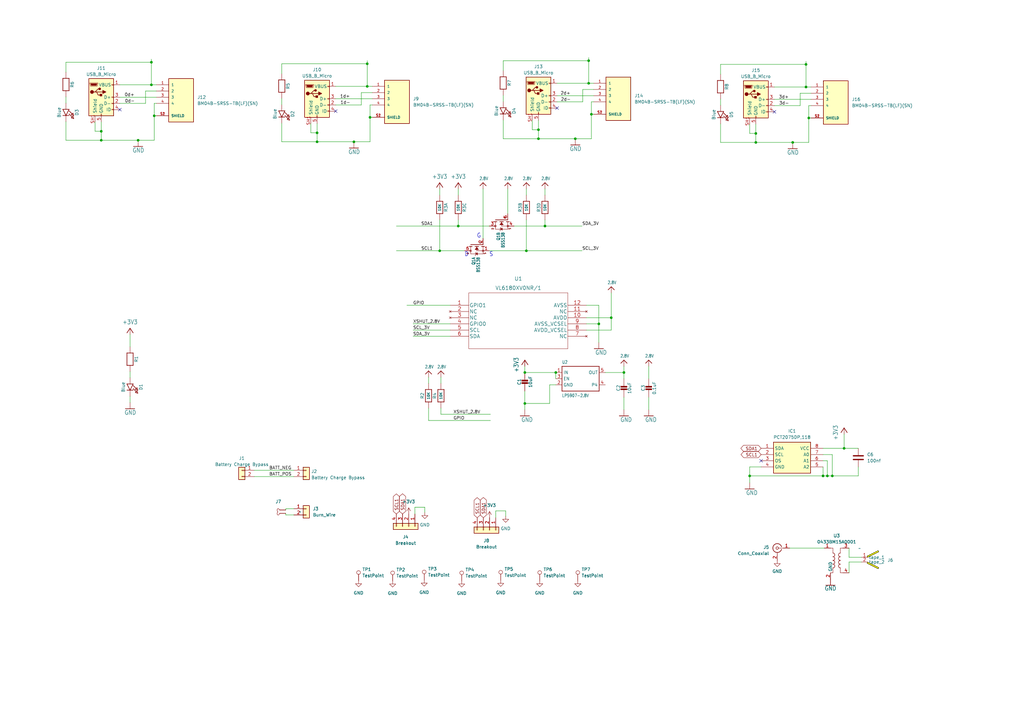
<source format=kicad_sch>
(kicad_sch (version 20230121) (generator eeschema)
  (paper "A3")
  (lib_symbols
    (symbol "Adafruit ItsyBitsy RP2040-eagle-import:+3V3" (power)
      (property "Value" "+3V3" (at -2.54 -5.08 90))
      (symbol "+3V3_1_0"
        (pin power_in line (at 0 -2.54 90) (length 2.54) (name "+3V3") (number "1"))
      )
    )
    (symbol "Adafruit ItsyBitsy RP2040-eagle-import:GND" (power)
      (property "Value" "GND" (at -2.54 -2.54 0))
      (symbol "GND_1_0"
        (pin power_in line (at 0 2.54 270) (length 2.54) (name "GND") (number "1"))
      )
    )
    (symbol "Adafruit ItsyBitsy RP2040-eagle-import:LED0603_NOOUTLINE"
      (property "Reference" "D1" (at -1.27 4.445 0))
      (property "Value" "Blue" (at -1.27 -2.794 0))
      (symbol "LED0603_NOOUTLINE_1_0"
        (pin passive line (at -5.08 0 0) (length 2.54) (name "A") (number "1"))
        (pin passive line (at 2.54 0 180) (length 2.54) (name "C") (number "2"))
      )
    )
    (symbol "Adafruit ItsyBitsy RP2040-eagle-import:RESISTOR_0402NO"
      (property "Reference" "R" (at 0 2.54 0))
      (property "Value" "RESISTOR_0402NO" (at 0 0 0))
      (symbol "RESISTOR_0402NO_1_0"
        (pin passive line (at -5.08 0 0) (length 2.54) (name "1") (number "1"))
        (pin passive line (at 5.08 0 180) (length 2.54) (name "2") (number "2"))
      )
    )
    (symbol "Adafruit VL6180 Time of Flight Sensor-eagle-import:2.8V" (power)
      (property "Value" "2.8V" (at -1.524 1.016 0))
      (symbol "2.8V_1_0"
        (pin power_in line (at 0 -2.54 90) (length 2.54) (name "2.8V") (number "1"))
      )
    )
    (symbol "Adafruit VL6180 Time of Flight Sensor-eagle-import:CAP_CERAMIC0603_NO"
      (property "Reference" "C" (at -2.29 1.25 90))
      (property "Value" "CAP_CERAMIC0603_NO" (at 2.3 1.25 90))
      (symbol "CAP_CERAMIC0603_NO_1_0"
        (pin passive line (at 0 5.08 270) (length 2.54) (name "1") (number "1"))
        (pin passive line (at 0 -2.54 90) (length 2.54) (name "2") (number "2"))
      )
    )
    (symbol "Adafruit VL6180 Time of Flight Sensor-eagle-import:CAP_CERAMIC0805-NOOUTLINE"
      (property "Reference" "C" (at -2.29 1.25 90))
      (property "Value" "CAP_CERAMIC0805-NOOUTLINE" (at 2.3 1.25 90))
      (symbol "CAP_CERAMIC0805-NOOUTLINE_1_0"
        (pin passive line (at 0 5.08 270) (length 2.54) (name "1") (number "1"))
        (pin passive line (at 0 -2.54 90) (length 2.54) (name "2") (number "2"))
      )
    )
    (symbol "Adafruit VL6180 Time of Flight Sensor-eagle-import:GND" (power)
      (property "Value" "GND" (at -2.54 -2.54 0))
      (symbol "GND_1_0"
        (pin power_in line (at 0 2.54 270) (length 2.54) (name "GND") (number "1"))
      )
    )
    (symbol "Adafruit VL6180 Time of Flight Sensor-eagle-import:MOSFET-N_DUAL"
      (property "Reference" "Q" (at 5.08 0.635 0))
      (property "Value" "MOSFET-N_DUAL" (at 5.08 -1.27 0))
      (symbol "MOSFET-N_DUAL_1_0"
        (text "D" (at 3.175 3.175 0) (effects (font (size 0.8128 0.6908)) (justify left bottom)))
        (text "G" (at -1.27 -1.905 0) (effects (font (size 0.8128 0.6908)) (justify left bottom)))
        (text "S" (at 3.175 -3.81 0) (effects (font (size 0.8128 0.6908)) (justify left bottom)))
        (pin bidirectional line (at 2.54 -5.08 90) (length 2.54) (name "S") (number "1"))
        (pin bidirectional line (at -2.54 -2.54 0) (length 2.54) (name "G") (number "2"))
        (pin bidirectional line (at 2.54 5.08 270) (length 2.54) (name "D") (number "6"))
      )
      (symbol "MOSFET-N_DUAL_2_0"
        (text "D" (at 3.175 3.175 0) (effects (font (size 0.8128 0.6908)) (justify left bottom)))
        (text "G" (at -1.27 -1.905 0) (effects (font (size 0.8128 0.6908)) (justify left bottom)))
        (text "S" (at 3.175 -3.81 0) (effects (font (size 0.8128 0.6908)) (justify left bottom)))
        (pin bidirectional line (at 2.54 5.08 270) (length 2.54) (name "D") (number "3"))
        (pin bidirectional line (at 2.54 -5.08 90) (length 2.54) (name "S") (number "4"))
        (pin bidirectional line (at -2.54 -2.54 0) (length 2.54) (name "G") (number "5"))
      )
    )
    (symbol "Adafruit VL6180 Time of Flight Sensor-eagle-import:RESISTOR_0603_NOOUT"
      (property "Reference" "R" (at 0 2.54 0))
      (property "Value" "RESISTOR_0603_NOOUT" (at 0 0 0))
      (symbol "RESISTOR_0603_NOOUT_1_0"
        (pin passive line (at -5.08 0 0) (length 2.54) (name "1") (number "1"))
        (pin passive line (at 5.08 0 180) (length 2.54) (name "2") (number "2"))
      )
    )
    (symbol "Adafruit VL6180 Time of Flight Sensor-eagle-import:RESISTOR_4PACK"
      (property "Reference" "R" (at 0 2.54 0))
      (property "Value" "RESISTOR_4PACK" (at 0 0 0))
      (symbol "RESISTOR_4PACK_1_0"
        (pin passive line (at -5.08 0 0) (length 2.54) (name "1") (number "1"))
        (pin passive line (at 5.08 0 180) (length 2.54) (name "2") (number "8"))
      )
      (symbol "RESISTOR_4PACK_2_0"
        (pin passive line (at -5.08 0 0) (length 2.54) (name "1") (number "2"))
        (pin passive line (at 5.08 0 180) (length 2.54) (name "2") (number "7"))
      )
      (symbol "RESISTOR_4PACK_3_0"
        (pin passive line (at -5.08 0 0) (length 2.54) (name "1") (number "3"))
        (pin passive line (at 5.08 0 180) (length 2.54) (name "2") (number "6"))
      )
      (symbol "RESISTOR_4PACK_4_0"
        (pin passive line (at -5.08 0 0) (length 2.54) (name "1") (number "4"))
        (pin passive line (at 5.08 0 180) (length 2.54) (name "2") (number "5"))
      )
    )
    (symbol "Adafruit VL6180 Time of Flight Sensor-eagle-import:VREG_SOT23-5"
      (property "Reference" "U" (at -7.62 6.096 0))
      (property "Value" "VREG_SOT23-5" (at -7.62 -7.62 0))
      (symbol "VREG_SOT23-5_1_0"
        (pin power_in line (at -10.16 2.54 0) (length 2.54) (name "IN") (number "1"))
        (pin power_in line (at -10.16 -2.54 0) (length 2.54) (name "GND") (number "2"))
        (pin input line (at -10.16 0 0) (length 2.54) (name "EN") (number "3"))
        (pin bidirectional line (at 10.16 -2.54 180) (length 2.54) (name "P4") (number "4"))
        (pin power_in line (at 10.16 2.54 180) (length 2.54) (name "OUT") (number "5"))
      )
    )
    (symbol "Antenna:Burn_Wire"
      (property "Reference" "J" (at 5.842 -2.413 0))
      (symbol "Burn_Wire_1_0"
        (pin passive line (at 0 -1.651 180) (length 2.54) (name "Power") (number "1"))
        (pin passive line (at 0 -3.048 180) (length 2.54) (name "GND") (number "2"))
      )
    )
    (symbol "Antenna:PCT2075DP,118"
      (property "Reference" "IC" (at 21.59 7.62 0))
      (property "Value" "PCT2075DP,118" (at 21.59 5.08 0))
      (symbol "PCT2075DP,118_1_1"
        (pin passive line (at 0 0 0) (length 5.08) (name "SDA") (number "1"))
        (pin passive line (at 0 -2.54 0) (length 5.08) (name "SCL") (number "2"))
        (pin passive line (at 0 -5.08 0) (length 5.08) (name "OS") (number "3"))
        (pin passive line (at 0 -7.62 0) (length 5.08) (name "GND") (number "4"))
        (pin passive line (at 25.4 -7.62 180) (length 5.08) (name "A2") (number "5"))
        (pin passive line (at 25.4 -5.08 180) (length 5.08) (name "A1") (number "6"))
        (pin passive line (at 25.4 -2.54 180) (length 5.08) (name "A0") (number "7"))
        (pin passive line (at 25.4 0 180) (length 5.08) (name "VCC") (number "8"))
      )
    )
    (symbol "Antenna:Tape_Measure_Antenna"
      (property "Reference" "J" (at 0 0 0))
      (symbol "Tape_Measure_Antenna_1_1"
        (pin bidirectional line (at 0.762 -3.683 0) (length 2.54) (name "tape_1") (number "1"))
        (pin bidirectional line (at 0.762 -5.588 0) (length 2.54) (name "tape_2") (number "2"))
      )
    )
    (symbol "BM04B-SRSS-TB_LF__SN_:BM04B-SRSS-TB(LF)(SN)" (pin_names (offset 1.016))
      (property "Reference" "J" (at -5.08 10.922 0))
      (property "Value" "BM04B-SRSS-TB(LF)(SN)" (at -5.08 -10.16 0))
      (symbol "BM04B-SRSS-TB(LF)(SN)_0_0"
        (pin passive line (at -10.16 7.62 0) (length 5.08) (name "1") (number "1"))
        (pin passive line (at -10.16 5.08 0) (length 5.08) (name "2") (number "2"))
        (pin passive line (at -10.16 2.54 0) (length 5.08) (name "3") (number "3"))
        (pin passive line (at -10.16 0 0) (length 5.08) (name "4") (number "4"))
        (pin passive line (at -10.16 -5.08 0) (length 5.08) (name "SHIELD") (number "S1"))
        (pin passive line (at -10.16 -5.08 0) (length 5.08) (name "SHIELD") (number "S2"))
      )
    )
    (symbol "Connector:Conn_Coaxial" (pin_names (offset 1.016) hide)
      (property "Reference" "J" (at 0.254 3.048 0))
      (property "Value" "Conn_Coaxial" (at 2.921 0 90))
      (symbol "Conn_Coaxial_1_1"
        (pin passive line (at -5.08 0 0) (length 2.54) (name "In") (number "1"))
        (pin passive line (at 0 -5.08 90) (length 2.54) (name "Ext") (number "2"))
      )
    )
    (symbol "Connector:TestPoint" (pin_numbers hide) (pin_names (offset 0.762) hide)
      (property "Reference" "TP" (at 0 6.858 0))
      (property "Value" "TestPoint" (at 0 5.08 0))
      (symbol "TestPoint_1_1"
        (pin passive line (at 0 0 90) (length 2.54) (name "1") (number "1"))
      )
    )
    (symbol "Connector:USB_B_Micro" (pin_names (offset 1.016))
      (property "Reference" "J8" (at 0 11.938 0))
      (property "Value" "USB_B_Micro" (at 0 9.398 0))
      (symbol "USB_B_Micro_1_1"
        (pin power_out line (at 7.62 5.08 180) (length 2.54) (name "VBUS") (number "1"))
        (pin bidirectional line (at 7.62 -2.54 180) (length 2.54) (name "D-") (number "2"))
        (pin bidirectional line (at 7.62 0 180) (length 2.54) (name "D+") (number "3"))
        (pin passive line (at 7.62 -5.08 180) (length 2.54) (name "ID") (number "4"))
        (pin power_out line (at 0 -10.16 90) (length 2.54) (name "GND") (number "5"))
        (pin passive line (at -2.54 -10.16 90) (length 2.54) (name "Shield") (number "SH1"))
      )
    )
    (symbol "Connector_Generic:Conn_01x02" (pin_names (offset 1.016) hide)
      (property "Reference" "J" (at 0 2.54 0))
      (property "Value" "Conn_01x02" (at 0 -5.08 0))
      (symbol "Conn_01x02_1_1"
        (pin passive line (at -5.08 0 0) (length 3.81) (name "Pin_1") (number "1"))
        (pin passive line (at -5.08 -2.54 0) (length 3.81) (name "Pin_2") (number "2"))
      )
    )
    (symbol "Connector_Generic:Conn_01x04" (pin_names (offset 1.016) hide)
      (property "Reference" "J" (at 0 5.08 0))
      (property "Value" "Conn_01x04" (at 0 -7.62 0))
      (symbol "Conn_01x04_1_1"
        (pin passive line (at -5.08 2.54 0) (length 3.81) (name "Pin_1") (number "1"))
        (pin passive line (at -5.08 0 0) (length 3.81) (name "Pin_2") (number "2"))
        (pin passive line (at -5.08 -2.54 0) (length 3.81) (name "Pin_3") (number "3"))
        (pin passive line (at -5.08 -5.08 0) (length 3.81) (name "Pin_4") (number "4"))
      )
    )
    (symbol "Device:C" (pin_numbers hide) (pin_names (offset 0.254))
      (property "Reference" "C" (at 0.635 2.54 0))
      (property "Value" "C" (at 0.635 -2.54 0))
      (symbol "C_1_1"
        (pin passive line (at 0 3.81 270) (length 2.794) (name "~") (number "1"))
        (pin passive line (at 0 -3.81 90) (length 2.794) (name "~") (number "2"))
      )
    )
    (symbol "Transformer:0433BM15A0001"
      (property "Reference" "U" (at 0 6.35 0))
      (property "Value" "0433BM15A0001" (at 0 -7.62 0))
      (symbol "0433BM15A0001_1_1"
        (pin passive line (at -5.08 5.08 0) (length 2.54) (name "~") (number "1"))
        (pin power_in line (at -2.54 -7.62 90) (length 2.54) (name "GND") (number "2"))
        (pin passive line (at 5.08 5.08 180) (length 2.54) (name "~") (number "3"))
        (pin passive line (at 5.08 -5.08 180) (length 2.54) (name "~") (number "4"))
        (pin passive line (at -2.54 -7.62 90) (length 2.54) hide (name "GND") (number "5"))
        (pin passive line (at -2.54 -7.62 90) (length 2.54) hide (name "GND") (number "6"))
      )
    )
    (symbol "VL6180X0NR:VL6180XV0NR{slash}1" (pin_names (offset 0.254))
      (property "Reference" "U" (at 27.94 10.16 0))
      (property "Value" "VL6180XV0NR{slash}1" (at 27.94 7.62 0))
      (symbol "VL6180XV0NR{slash}1_1_1"
        (pin bidirectional line (at 0 0 0) (length 7.62) (name "GPIO1") (number "1"))
        (pin power_in line (at 55.88 -5.08 180) (length 7.62) (name "AVDD") (number "10"))
        (pin no_connect line (at 55.88 -2.54 180) (length 7.62) (name "NC") (number "11"))
        (pin power_in line (at 55.88 0 180) (length 7.62) (name "AVSS") (number "12"))
        (pin no_connect line (at 0 -2.54 0) (length 7.62) (name "NC") (number "2"))
        (pin no_connect line (at 0 -5.08 0) (length 7.62) (name "NC") (number "3"))
        (pin bidirectional line (at 0 -7.62 0) (length 7.62) (name "GPIO0") (number "4"))
        (pin input line (at 0 -10.16 0) (length 7.62) (name "SCL") (number "5"))
        (pin bidirectional line (at 0 -12.7 0) (length 7.62) (name "SDA") (number "6"))
        (pin no_connect line (at 55.88 -12.7 180) (length 7.62) (name "NC") (number "7"))
        (pin power_in line (at 55.88 -10.16 180) (length 7.62) (name "AVDD_VCSEL") (number "8"))
        (pin power_in line (at 55.88 -7.62 180) (length 7.62) (name "AVSS_VCSEL") (number "9"))
      )
    )
    (symbol "power:+3V3" (power) (pin_names (offset 0))
      (property "Value" "+3V3" (at 0 3.556 0))
      (symbol "+3V3_1_1"
        (pin power_in line (at 0 0 90) (length 0) hide (name "+3V3") (number "1"))
      )
    )
    (symbol "power:GND" (power) (pin_names (offset 0))
      (property "Value" "GND" (at 0 -3.81 0))
      (symbol "GND_1_1"
        (pin power_in line (at 0 0 270) (length 0) hide (name "GND") (number "1"))
      )
    )
  )
  (junction (at 325.12 58.42))
  (junction (at 215.9 102.87))
  (junction (at 250.698 130.302))
  (junction (at 337.566 195.199))
  (junction (at 130.048 54.483))
  (junction (at 241.427 34.163))
  (junction (at 63.246 47.498))
  (junction (at 330.581 35.687))
  (junction (at 331.724 48.387))
  (junction (at 145.161 58.166))
  (junction (at 220.853 53.213))
  (junction (at 130.048 58.166))
  (junction (at 307.467 195.199))
  (junction (at 255.905 152.781))
  (junction (at 242.57 46.863))
  (junction (at 310.007 54.737))
  (junction (at 215.265 165.481))
  (junction (at 215.265 152.781))
  (junction (at 180.34 102.87))
  (junction (at 330.581 26.416))
  (junction (at 245.618 132.842))
  (junction (at 346.202 183.896))
  (junction (at 62.103 25.527))
  (junction (at 62.103 34.798))
  (junction (at 341.376 195.199))
  (junction (at 150.622 35.433))
  (junction (at 223.52 92.71))
  (junction (at 41.529 53.848))
  (junction (at 56.642 57.531))
  (junction (at 241.427 24.892))
  (junction (at 151.765 48.133))
  (junction (at 41.529 57.531))
  (junction (at 187.96 92.71))
  (junction (at 339.344 195.199))
  (junction (at 227.965 152.781))
  (junction (at 220.853 56.896))
  (junction (at 235.966 56.896))
  (junction (at 310.007 58.42))
  (junction (at 150.622 26.162))
  (no_connect (at 317.627 45.847))
  (no_connect (at 312.166 188.976))
  (no_connect (at 49.149 44.958))
  (no_connect (at 228.473 44.323))
  (no_connect (at 137.668 45.593))
  (wire (pts (xy 223.52 80.01) (xy 223.52 77.47)))
  (wire (pts (xy 201.168 172.466) (xy 175.768 172.466)))
  (wire (pts (xy 180.848 169.926) (xy 180.848 167.386)))
  (wire (pts (xy 120.523 192.913) (xy 104.267 192.913)))
  (wire (pts (xy 187.96 80.01) (xy 187.96 77.47)))
  (wire (pts (xy 203.327 212.344) (xy 203.327 209.55)))
  (wire (pts (xy 53.34 162.56) (xy 53.34 165.1)))
  (wire (pts (xy 200.66 102.87) (xy 215.9 102.87)))
  (wire (pts (xy 235.966 56.896) (xy 242.57 56.896)))
  (wire (pts (xy 62.103 24.257) (xy 62.103 25.527)))
  (wire (pts (xy 307.467 195.199) (xy 307.467 197.993)))
  (wire (pts (xy 180.34 102.87) (xy 162.56 102.87)))
  (wire (pts (xy 243.459 41.783) (xy 242.57 41.783)))
  (wire (pts (xy 27.051 57.531) (xy 41.529 57.531)))
  (wire (pts (xy 295.529 50.8) (xy 295.529 58.42)))
  (wire (pts (xy 41.529 57.531) (xy 56.642 57.531)))
  (wire (pts (xy 151.765 58.166) (xy 151.765 48.133)))
  (wire (pts (xy 130.048 58.166) (xy 145.161 58.166)))
  (wire (pts (xy 180.848 157.226) (xy 180.848 154.686)))
  (wire (pts (xy 240.538 132.842) (xy 245.618 132.842)))
  (wire (pts (xy 120.523 211.201) (xy 117.221 211.201)))
  (wire (pts (xy 215.9 90.17) (xy 215.9 102.87)))
  (wire (pts (xy 310.007 58.42) (xy 325.12 58.42)))
  (wire (pts (xy 120.523 208.661) (xy 117.221 208.661)))
  (wire (pts (xy 352.044 183.896) (xy 346.202 183.896)))
  (wire (pts (xy 353.314 228.6) (xy 348.234 228.6)))
  (wire (pts (xy 117.221 211.201) (xy 117.221 210.566)))
  (wire (pts (xy 215.9 80.01) (xy 215.9 77.47)))
  (wire (pts (xy 41.529 53.848) (xy 41.529 57.531)))
  (wire (pts (xy 245.618 132.842) (xy 245.618 140.462)))
  (wire (pts (xy 59.69 37.338) (xy 64.135 37.338)))
  (wire (pts (xy 148.209 37.973) (xy 152.654 37.973)))
  (wire (pts (xy 330.581 26.416) (xy 330.581 35.687)))
  (wire (pts (xy 187.96 92.71) (xy 162.56 92.71)))
  (wire (pts (xy 266.065 162.941) (xy 266.065 168.021)))
  (wire (pts (xy 200.66 92.71) (xy 187.96 92.71)))
  (wire (pts (xy 307.467 50.927) (xy 307.467 54.737)))
  (wire (pts (xy 127.508 54.483) (xy 130.048 54.483)))
  (wire (pts (xy 328.168 43.307) (xy 328.168 38.227)))
  (wire (pts (xy 317.627 43.307) (xy 328.168 43.307)))
  (wire (pts (xy 184.658 125.222) (xy 166.878 125.222)))
  (wire (pts (xy 49.149 39.878) (xy 64.135 39.878)))
  (wire (pts (xy 115.57 26.162) (xy 150.622 26.162)))
  (wire (pts (xy 242.57 46.863) (xy 243.459 46.863)))
  (wire (pts (xy 348.234 228.6) (xy 348.234 224.79)))
  (wire (pts (xy 150.622 35.433) (xy 152.654 35.433)))
  (wire (pts (xy 337.566 191.516) (xy 337.566 195.199)))
  (wire (pts (xy 245.618 125.222) (xy 245.618 132.842)))
  (wire (pts (xy 201.168 169.926) (xy 180.848 169.926)))
  (wire (pts (xy 218.313 53.213) (xy 220.853 53.213)))
  (wire (pts (xy 307.467 191.516) (xy 307.467 195.199)))
  (wire (pts (xy 148.209 43.053) (xy 148.209 37.973)))
  (wire (pts (xy 130.048 50.673) (xy 130.048 54.483)))
  (wire (pts (xy 317.627 40.767) (xy 332.613 40.767)))
  (wire (pts (xy 190.5 102.87) (xy 180.34 102.87)))
  (wire (pts (xy 115.57 58.166) (xy 130.048 58.166)))
  (wire (pts (xy 63.246 47.498) (xy 64.135 47.498)))
  (wire (pts (xy 38.989 53.848) (xy 41.529 53.848)))
  (wire (pts (xy 27.051 25.527) (xy 27.051 29.591)))
  (wire (pts (xy 330.581 35.687) (xy 332.613 35.687)))
  (wire (pts (xy 307.467 54.737) (xy 310.007 54.737)))
  (wire (pts (xy 184.658 137.922) (xy 169.418 137.922)))
  (wire (pts (xy 27.051 39.751) (xy 27.051 42.291)))
  (wire (pts (xy 223.52 90.17) (xy 223.52 92.71)))
  (wire (pts (xy 225.425 165.481) (xy 215.265 165.481)))
  (wire (pts (xy 248.285 152.781) (xy 255.905 152.781)))
  (wire (pts (xy 220.853 56.896) (xy 235.966 56.896)))
  (wire (pts (xy 255.905 162.941) (xy 255.905 168.021)))
  (wire (pts (xy 206.375 24.892) (xy 241.427 24.892)))
  (wire (pts (xy 348.234 230.505) (xy 348.234 234.95)))
  (wire (pts (xy 341.376 195.199) (xy 352.044 195.199)))
  (wire (pts (xy 184.658 135.382) (xy 169.418 135.382)))
  (wire (pts (xy 352.044 191.516) (xy 352.044 195.199)))
  (wire (pts (xy 241.427 24.892) (xy 241.427 34.163)))
  (wire (pts (xy 346.202 178.054) (xy 346.202 183.896)))
  (wire (pts (xy 117.221 208.661) (xy 117.221 209.169)))
  (wire (pts (xy 137.668 40.513) (xy 152.654 40.513)))
  (wire (pts (xy 218.313 49.403) (xy 218.313 53.213)))
  (wire (pts (xy 62.103 25.527) (xy 62.103 34.798)))
  (wire (pts (xy 240.538 125.222) (xy 245.618 125.222)))
  (wire (pts (xy 337.566 188.976) (xy 339.344 188.976)))
  (wire (pts (xy 137.668 43.053) (xy 148.209 43.053)))
  (wire (pts (xy 174.244 208.026) (xy 174.244 210.185)))
  (wire (pts (xy 295.529 26.416) (xy 330.581 26.416)))
  (wire (pts (xy 198.12 97.79) (xy 198.12 77.47)))
  (wire (pts (xy 331.724 43.307) (xy 331.724 48.387)))
  (wire (pts (xy 203.327 209.55) (xy 207.391 209.55)))
  (wire (pts (xy 228.473 41.783) (xy 239.014 41.783)))
  (wire (pts (xy 215.265 165.481) (xy 215.265 160.401)))
  (wire (pts (xy 115.57 26.162) (xy 115.57 30.226)))
  (wire (pts (xy 152.654 43.053) (xy 151.765 43.053)))
  (wire (pts (xy 325.12 58.42) (xy 331.724 58.42)))
  (wire (pts (xy 227.965 152.781) (xy 215.265 152.781)))
  (wire (pts (xy 339.344 195.199) (xy 341.376 195.199)))
  (wire (pts (xy 337.566 186.436) (xy 341.376 186.436)))
  (wire (pts (xy 206.375 56.896) (xy 220.853 56.896)))
  (wire (pts (xy 330.581 25.146) (xy 330.581 26.416)))
  (wire (pts (xy 180.34 77.47) (xy 180.34 80.01)))
  (wire (pts (xy 210.82 92.71) (xy 223.52 92.71)))
  (wire (pts (xy 241.427 34.163) (xy 243.459 34.163)))
  (wire (pts (xy 307.467 195.199) (xy 337.566 195.199)))
  (wire (pts (xy 150.622 24.892) (xy 150.622 26.162)))
  (wire (pts (xy 255.905 152.781) (xy 255.905 150.241)))
  (wire (pts (xy 170.18 208.026) (xy 174.244 208.026)))
  (wire (pts (xy 206.375 24.892) (xy 206.375 28.956)))
  (wire (pts (xy 63.246 57.531) (xy 63.246 47.498)))
  (wire (pts (xy 151.765 43.053) (xy 151.765 48.133)))
  (wire (pts (xy 104.267 195.453) (xy 120.523 195.453)))
  (wire (pts (xy 310.007 54.737) (xy 310.007 58.42)))
  (wire (pts (xy 225.425 157.861) (xy 225.425 165.481)))
  (wire (pts (xy 175.768 157.226) (xy 175.768 154.686)))
  (wire (pts (xy 239.014 36.703) (xy 243.459 36.703)))
  (wire (pts (xy 215.265 150.241) (xy 215.265 152.781)))
  (wire (pts (xy 317.627 35.687) (xy 330.581 35.687)))
  (wire (pts (xy 27.051 49.911) (xy 27.051 57.531)))
  (wire (pts (xy 240.538 135.382) (xy 250.698 135.382)))
  (wire (pts (xy 353.314 230.505) (xy 348.234 230.505)))
  (wire (pts (xy 215.9 102.87) (xy 238.76 102.87)))
  (wire (pts (xy 295.529 40.64) (xy 295.529 43.18)))
  (wire (pts (xy 41.529 50.038) (xy 41.529 53.848)))
  (wire (pts (xy 266.065 150.241) (xy 266.065 155.321)))
  (wire (pts (xy 332.613 43.307) (xy 331.724 43.307)))
  (wire (pts (xy 137.668 35.433) (xy 150.622 35.433)))
  (wire (pts (xy 115.57 50.546) (xy 115.57 58.166)))
  (wire (pts (xy 206.375 39.116) (xy 206.375 41.656)))
  (wire (pts (xy 150.622 26.162) (xy 150.622 35.433)))
  (wire (pts (xy 242.57 56.896) (xy 242.57 46.863)))
  (wire (pts (xy 228.473 39.243) (xy 243.459 39.243)))
  (wire (pts (xy 223.52 92.71) (xy 238.76 92.71)))
  (wire (pts (xy 53.34 142.24) (xy 53.34 137.16)))
  (wire (pts (xy 339.344 188.976) (xy 339.344 195.199)))
  (wire (pts (xy 242.57 41.783) (xy 242.57 46.863)))
  (wire (pts (xy 115.57 40.386) (xy 115.57 42.926)))
  (wire (pts (xy 145.161 58.166) (xy 151.765 58.166)))
  (wire (pts (xy 250.698 130.302) (xy 250.698 120.142)))
  (wire (pts (xy 341.376 186.436) (xy 341.376 195.199)))
  (wire (pts (xy 187.96 90.17) (xy 187.96 92.71)))
  (wire (pts (xy 228.473 34.163) (xy 241.427 34.163)))
  (wire (pts (xy 207.391 209.55) (xy 207.391 211.709)))
  (wire (pts (xy 56.642 57.531) (xy 63.246 57.531)))
  (wire (pts (xy 328.168 38.227) (xy 332.613 38.227)))
  (wire (pts (xy 310.007 50.927) (xy 310.007 54.737)))
  (wire (pts (xy 59.69 42.418) (xy 59.69 37.338)))
  (wire (pts (xy 49.149 34.798) (xy 62.103 34.798)))
  (wire (pts (xy 312.166 191.516) (xy 307.467 191.516)))
  (wire (pts (xy 227.965 155.321) (xy 227.965 152.781)))
  (wire (pts (xy 215.265 165.481) (xy 215.265 168.021)))
  (wire (pts (xy 49.149 42.418) (xy 59.69 42.418)))
  (wire (pts (xy 220.853 53.213) (xy 220.853 56.896)))
  (wire (pts (xy 220.853 49.403) (xy 220.853 53.213)))
  (wire (pts (xy 295.529 58.42) (xy 310.007 58.42)))
  (wire (pts (xy 175.768 172.466) (xy 175.768 167.386)))
  (wire (pts (xy 27.051 25.527) (xy 62.103 25.527)))
  (wire (pts (xy 337.566 195.199) (xy 339.344 195.199)))
  (wire (pts (xy 240.538 130.302) (xy 250.698 130.302)))
  (wire (pts (xy 295.529 26.416) (xy 295.529 30.48)))
  (wire (pts (xy 250.698 135.382) (xy 250.698 130.302)))
  (wire (pts (xy 64.135 42.418) (xy 63.246 42.418)))
  (wire (pts (xy 62.103 34.798) (xy 64.135 34.798)))
  (wire (pts (xy 239.014 41.783) (xy 239.014 36.703)))
  (wire (pts (xy 227.965 157.861) (xy 225.425 157.861)))
  (wire (pts (xy 130.048 54.483) (xy 130.048 58.166)))
  (wire (pts (xy 331.724 48.387) (xy 332.613 48.387)))
  (wire (pts (xy 170.18 210.82) (xy 170.18 208.026)))
  (wire (pts (xy 63.246 42.418) (xy 63.246 47.498)))
  (wire (pts (xy 38.989 50.038) (xy 38.989 53.848)))
  (wire (pts (xy 331.724 58.42) (xy 331.724 48.387)))
  (wire (pts (xy 151.765 48.133) (xy 152.654 48.133)))
  (wire (pts (xy 255.905 152.781) (xy 255.905 155.321)))
  (wire (pts (xy 127.508 50.673) (xy 127.508 54.483)))
  (wire (pts (xy 337.566 183.896) (xy 346.202 183.896)))
  (wire (pts (xy 208.28 87.63) (xy 208.28 77.47)))
  (wire (pts (xy 323.85 224.79) (xy 338.074 224.79)))
  (wire (pts (xy 184.658 132.842) (xy 169.418 132.842)))
  (wire (pts (xy 180.34 90.17) (xy 180.34 102.87)))
  (wire (pts (xy 53.34 152.4) (xy 53.34 154.94)))
  (wire (pts (xy 241.427 23.622) (xy 241.427 24.892)))
  (wire (pts (xy 206.375 49.276) (xy 206.375 56.896)))
  (text "S" (at 200.66 105.41 0) (effects (font (size 1.778 1.5113)) (justify left bottom)))
  (text "G" (at 195.58 97.79 0) (effects (font (size 1.778 1.5113)) (justify left bottom)))
  (text "D" (at 190.5 105.41 0) (effects (font (size 1.778 1.5113)) (justify left bottom)))
  (label "3d-" (at 319.532 43.307 0))
  (label "BATT_NEG" (at 110.363 192.913 0))
  (label "2d+" (at 229.87 39.243 0))
  (label "XSHUT_2.8V" (at 185.928 169.926 0) (effects (font (size 1.2446 1.2446))))
  (label "0d-" (at 51.181 42.418 0))
  (label "GPIO" (at 169.418 125.222 0) (effects (font (size 1.2446 1.2446))))
  (label "1d-" (at 139.573 43.053 0))
  (label "1d+" (at 139.446 40.513 0))
  (label "SDA1" (at 172.72 92.71 0) (effects (font (size 1.2446 1.2446))))
  (label "2d-" (at 229.997 41.783 0))
  (label "3d+" (at 319.405 40.767 0))
  (label "SCL_3V" (at 169.418 135.382 0) (effects (font (size 1.2446 1.2446))))
  (label "SDA_3V" (at 169.418 137.922 0) (effects (font (size 1.2446 1.2446))))
  (label "GPIO" (at 185.928 172.466 0) (effects (font (size 1.2446 1.2446))))
  (label "SCL1" (at 172.72 102.87 0) (effects (font (size 1.2446 1.2446))))
  (label "0d+" (at 51.054 39.878 0))
  (label "SCL_3V" (at 238.76 102.87 0) (effects (font (size 1.2446 1.2446))))
  (label "SDA_3V" (at 238.76 92.71 0) (effects (font (size 1.2446 1.2446))))
  (label "XSHUT_2.8V" (at 169.418 132.842 0) (effects (font (size 1.2446 1.2446))))
  (label "BATT_POS" (at 110.363 195.453 0))
  (global_label "SDA1" (shape bidirectional) (at 312.166 183.896 180) (property "Intersheetrefs" "${INTERSHEET_REFS}" (effects hide)))
  (global_label "SDA1" (shape bidirectional) (at 198.247 212.344 90) (property "Intersheetrefs" "${INTERSHEET_REFS}" (effects hide)))
  (global_label "SCL1" (shape bidirectional) (at 312.166 186.436 180) (property "Intersheetrefs" "${INTERSHEET_REFS}" (effects hide)))
  (global_label "SCL1" (shape bidirectional) (at 162.56 210.82 90) (property "Intersheetrefs" "${INTERSHEET_REFS}" (effects hide)))
  (global_label "SCL1" (shape bidirectional) (at 195.707 212.344 90) (property "Intersheetrefs" "${INTERSHEET_REFS}" (effects hide)))
  (global_label "SDA1" (shape bidirectional) (at 165.1 210.82 90) (property "Intersheetrefs" "${INTERSHEET_REFS}" (effects hide)))
  (symbol (lib_id "Connector:USB_B_Micro") (at 41.529 39.878 0) (unit 1)
    (property "Reference" "J11" (at 41.529 27.94 0))
    (property "Value" "USB_B_Micro" (at 41.529 30.48 0))
    (property "Footprint" "Antenna_board:MOLEX_105164-0001" (effects hide))
  )
  (symbol (lib_id "Adafruit VL6180 Time of Flight Sensor-eagle-import:MOSFET-N_DUAL") (at 195.58 100.33 90) (mirror x) (unit 1)
    (property "Reference" "Q1" (at 194.945 105.41 0) (effects (font (size 1.27 1.0795)) (justify left bottom)))
    (property "Value" "BSS138" (at 196.85 105.41 0) (effects (font (size 1.27 1.0795)) (justify left bottom)))
    (property "Footprint" "Package_TO_SOT_SMD:SOT-363_SC-70-6" (effects hide))
  )
  (symbol (lib_id "Adafruit ItsyBitsy RP2040-eagle-import:RESISTOR_0402NO") (at 295.529 35.56 270) (unit 1)
    (property "Reference" "R8" (at 298.069 35.56 0))
    (property "Value" "1K" (effects hide))
    (property "Footprint" "Resistor_SMD:R_0402_1005Metric" (effects hide))
  )
  (symbol (lib_id "Adafruit ItsyBitsy RP2040-eagle-import:RESISTOR_0402NO") (at 27.051 34.671 270) (unit 1)
    (property "Reference" "R6" (at 29.591 34.671 0))
    (property "Value" "1K" (effects hide))
    (property "Footprint" "Resistor_SMD:R_0402_1005Metric" (effects hide))
  )
  (symbol (lib_id "Adafruit VL6180 Time of Flight Sensor-eagle-import:2.8V") (at 250.698 117.602 0) (unit 1)
    (property "Reference" "#U$09" (effects hide))
    (property "Value" "2.8V" (at 249.174 116.586 0) (effects (font (size 1.27 1.0795)) (justify left bottom)))
    (property "Footprint" "Adafruit VL6180 Time of Flight Sensor:" (effects hide))
  )
  (symbol (lib_id "Antenna:Tape_Measure_Antenna") (at 352.552 224.917 0) (unit 1)
    (property "Reference" "J6" (at 363.982 229.743 0) (effects (justify left)))
    (property "Value" "~" (at 352.552 224.917 0))
    (property "Footprint" "Antenna_board:Tape_Measure_Antenna" (effects hide))
  )
  (symbol (lib_id "Adafruit ItsyBitsy RP2040-eagle-import:GND") (at 56.642 60.071 0) (mirror y) (unit 1)
    (property "Reference" "#GND03" (effects hide))
    (property "Value" "GND" (at 59.182 62.611 0) (effects (font (size 1.778 1.5113)) (justify left bottom)))
    (property "Footprint" "Adafruit ItsyBitsy RP2040:" (effects hide))
  )
  (symbol (lib_id "power:+3V3") (at 200.787 212.344 0) (unit 1)
    (property "Reference" "#PWR011" (effects hide))
    (property "Value" "+3V3" (at 200.787 207.264 0))
  )
  (symbol (lib_id "Adafruit VL6180 Time of Flight Sensor-eagle-import:GND") (at 266.065 170.561 0) (unit 1)
    (property "Reference" "#U$013" (effects hide))
    (property "Value" "GND" (at 264.541 173.101 0) (effects (font (size 1.778 1.5113)) (justify left bottom)))
    (property "Footprint" "Adafruit VL6180 Time of Flight Sensor:" (effects hide))
  )
  (symbol (lib_id "Connector_Generic:Conn_01x04") (at 167.64 215.9 270) (unit 1)
    (property "Reference" "J4" (at 166.37 220.218 90))
    (property "Value" "Breakout" (at 166.37 222.758 90))
    (property "Footprint" "Connector_JST:JST_SH_SM04B-SRSS-TB_1x04-1MP_P1.00mm_Horizontal" (effects hide))
  )
  (symbol (lib_id "Adafruit VL6180 Time of Flight Sensor-eagle-import:2.8V") (at 266.065 147.701 0) (unit 1)
    (property "Reference" "#U$012" (effects hide))
    (property "Value" "2.8V" (at 264.541 146.685 0) (effects (font (size 1.27 1.0795)) (justify left bottom)))
    (property "Footprint" "Adafruit VL6180 Time of Flight Sensor:" (effects hide))
  )
  (symbol (lib_id "VL6180X0NR:VL6180XV0NR{slash}1") (at 184.658 125.222 0) (unit 1)
    (property "Reference" "U1" (at 212.598 114.3 0) (effects (font (size 1.524 1.524))))
    (property "Value" "VL6180XV0NR/1" (at 212.598 118.11 0) (effects (font (size 1.524 1.524))))
    (property "Footprint" "Adafruit VL6180 Time of Flight Sensor:VL6180" (effects hide))
  )
  (symbol (lib_id "power:GND") (at 147.066 238.125 0) (unit 1)
    (property "Reference" "#PWR04" (effects hide))
    (property "Value" "GND" (at 147.066 243.205 0))
  )
  (symbol (lib_id "Adafruit ItsyBitsy RP2040-eagle-import:+3V3") (at 187.96 74.93 0) (unit 1)
    (property "Reference" "#+3V03" (effects hide))
    (property "Value" "+3V3" (at 187.96 72.39 0) (effects (font (size 1.778 1.5113))))
    (property "Footprint" "Adafruit ItsyBitsy RP2040:" (effects hide))
  )
  (symbol (lib_id "Adafruit VL6180 Time of Flight Sensor-eagle-import:RESISTOR_4PACK") (at 215.9 85.09 90) (mirror x) (unit 2)
    (property "Reference" "R3" (at 213.36 85.09 0))
    (property "Value" "10K" (at 215.9 85.09 0) (effects (font (size 1.016 1.016) bold)))
    (property "Footprint" "Resistor_SMD:R_Array_Convex_4x0603" (effects hide))
  )
  (symbol (lib_id "BM04B-SRSS-TB_LF__SN_:BM04B-SRSS-TB(LF)(SN)") (at 253.619 41.783 0) (unit 1)
    (property "Reference" "J14" (at 260.223 39.243 0) (effects (justify left)))
    (property "Value" "BM04B-SRSS-TB(LF)(SN)" (at 260.223 41.783 0) (effects (justify left)))
    (property "Footprint" "Antenna_board:JST_BM04B-SRSS-TB(LF)(SN)" (effects hide))
    (property "PARTREV" "N/A" (effects hide))
    (property "SNAPEDA_PN" "BM04B-SRSS-TB(LF)(SN)" (effects hide))
    (property "STANDARD" "Manufacturer Recommendations" (effects hide))
    (property "MAXIMUM_PACKAGE_HEIGHT" "6.3 mm" (effects hide))
    (property "MANUFACTURER" "JST Sales America Inc." (effects hide))
  )
  (symbol (lib_id "Adafruit ItsyBitsy RP2040-eagle-import:+3V3") (at 53.34 134.62 0) (unit 1)
    (property "Reference" "#+3V01" (effects hide))
    (property "Value" "+3V3" (at 53.34 132.08 0) (effects (font (size 1.778 1.5113))))
    (property "Footprint" "Adafruit ItsyBitsy RP2040:" (effects hide))
  )
  (symbol (lib_id "Adafruit VL6180 Time of Flight Sensor-eagle-import:2.8V") (at 223.52 74.93 0) (unit 1)
    (property "Reference" "#U$07" (effects hide))
    (property "Value" "2.8V" (at 221.996 73.914 0) (effects (font (size 1.27 1.0795)) (justify left bottom)))
    (property "Footprint" "Adafruit VL6180 Time of Flight Sensor:" (effects hide))
  )
  (symbol (lib_id "Adafruit VL6180 Time of Flight Sensor-eagle-import:GND") (at 245.618 143.002 0) (unit 1)
    (property "Reference" "#U$08" (effects hide))
    (property "Value" "GND" (at 244.094 145.542 0) (effects (font (size 1.778 1.5113)) (justify left bottom)))
    (property "Footprint" "Adafruit VL6180 Time of Flight Sensor:" (effects hide))
  )
  (symbol (lib_id "Adafruit VL6180 Time of Flight Sensor-eagle-import:VREG_SOT23-5") (at 238.125 155.321 0) (unit 1)
    (property "Reference" "U2" (at 230.505 149.225 0) (effects (font (size 1.27 1.0795)) (justify left bottom)))
    (property "Value" "LP5907-2.8V" (at 230.505 162.941 0) (effects (font (size 1.27 1.0795)) (justify left bottom)))
    (property "Footprint" "Package_TO_SOT_SMD:SOT-23-5" (effects hide))
  )
  (symbol (lib_id "Connector:TestPoint") (at 189.357 238.252 0) (unit 1)
    (property "Reference" "TP4" (at 190.881 233.68 0) (effects (justify left)))
    (property "Value" "TestPoint" (at 190.881 236.22 0) (effects (justify left)))
    (property "Footprint" "MountingHole:MountingHole_2.7mm_M2.5_Pad" (effects hide))
  )
  (symbol (lib_id "Adafruit VL6180 Time of Flight Sensor-eagle-import:CAP_CERAMIC0603_NO") (at 266.065 160.401 0) (unit 1)
    (property "Reference" "C3" (at 263.775 159.151 90))
    (property "Value" "0.1uF" (at 268.365 159.151 90))
    (property "Footprint" "Capacitor_SMD:C_0603_1608Metric" (effects hide))
  )
  (symbol (lib_id "BM04B-SRSS-TB_LF__SN_:BM04B-SRSS-TB(LF)(SN)") (at 342.773 43.307 0) (unit 1)
    (property "Reference" "J16" (at 349.377 40.767 0) (effects (justify left)))
    (property "Value" "BM04B-SRSS-TB(LF)(SN)" (at 349.377 43.307 0) (effects (justify left)))
    (property "Footprint" "Antenna_board:JST_BM04B-SRSS-TB(LF)(SN)" (effects hide))
    (property "PARTREV" "N/A" (effects hide))
    (property "SNAPEDA_PN" "BM04B-SRSS-TB(LF)(SN)" (effects hide))
    (property "STANDARD" "Manufacturer Recommendations" (effects hide))
    (property "MAXIMUM_PACKAGE_HEIGHT" "6.3 mm" (effects hide))
    (property "MANUFACTURER" "JST Sales America Inc." (effects hide))
  )
  (symbol (lib_id "power:GND") (at 221.361 238.125 0) (unit 1)
    (property "Reference" "#PWR09" (effects hide))
    (property "Value" "GND" (at 221.361 243.205 0))
  )
  (symbol (lib_id "Adafruit VL6180 Time of Flight Sensor-eagle-import:RESISTOR_4PACK") (at 180.34 85.09 270) (unit 1)
    (property "Reference" "R3" (at 182.88 85.09 0))
    (property "Value" "10K" (at 180.34 85.09 0) (effects (font (size 1.016 1.016) bold)))
    (property "Footprint" "Resistor_SMD:R_Array_Convex_4x0603" (effects hide))
  )
  (symbol (lib_id "Adafruit VL6180 Time of Flight Sensor-eagle-import:MOSFET-N_DUAL") (at 205.74 90.17 90) (mirror x) (unit 2)
    (property "Reference" "Q1" (at 205.105 95.25 0) (effects (font (size 1.27 1.0795)) (justify left bottom)))
    (property "Value" "BSS138" (at 207.01 95.25 0) (effects (font (size 1.27 1.0795)) (justify left bottom)))
    (property "Footprint" "Package_TO_SOT_SMD:SOT-363_SC-70-6" (effects hide))
  )
  (symbol (lib_id "Adafruit VL6180 Time of Flight Sensor-eagle-import:CAP_CERAMIC0805-NOOUTLINE") (at 255.905 160.401 0) (unit 1)
    (property "Reference" "C2" (at 253.615 159.151 90))
    (property "Value" "10uF" (at 258.205 159.151 90))
    (property "Footprint" "Capacitor_SMD:C_0805_2012Metric" (effects hide))
  )
  (symbol (lib_id "power:GND") (at 205.359 237.998 0) (unit 1)
    (property "Reference" "#PWR08" (effects hide))
    (property "Value" "GND" (at 205.359 243.078 0))
  )
  (symbol (lib_id "Adafruit ItsyBitsy RP2040-eagle-import:+3V3") (at 215.265 147.701 0) (unit 1)
    (property "Reference" "#+3V04" (effects hide))
    (property "Value" "+3V3" (at 212.725 152.781 90) (effects (font (size 1.778 1.5113)) (justify left bottom)))
    (property "Footprint" "Adafruit ItsyBitsy RP2040:" (effects hide))
  )
  (symbol (lib_id "Adafruit ItsyBitsy RP2040-eagle-import:RESISTOR_0402NO") (at 53.34 147.32 270) (unit 1)
    (property "Reference" "R1" (at 55.88 147.32 0))
    (property "Value" "1K" (effects hide))
    (property "Footprint" "Resistor_SMD:R_0402_1005Metric" (effects hide))
  )
  (symbol (lib_id "Device:C") (at 352.044 187.706 0) (unit 1)
    (property "Reference" "C6" (at 355.6 186.436 0) (effects (justify left)))
    (property "Value" "100nf" (at 355.6 188.976 0) (effects (justify left)))
    (property "Footprint" "Capacitor_SMD:C_0603_1608Metric" (effects hide))
  )
  (symbol (lib_id "Adafruit VL6180 Time of Flight Sensor-eagle-import:RESISTOR_4PACK") (at 223.52 85.09 90) (mirror x) (unit 4)
    (property "Reference" "R3" (at 220.98 85.09 0))
    (property "Value" "10K" (at 223.52 85.09 0) (effects (font (size 1.016 1.016) bold)))
    (property "Footprint" "Resistor_SMD:R_Array_Convex_4x0603" (effects hide))
  )
  (symbol (lib_id "Adafruit VL6180 Time of Flight Sensor-eagle-import:GND") (at 215.265 170.561 0) (unit 1)
    (property "Reference" "#U$05" (effects hide))
    (property "Value" "GND" (at 213.741 173.101 0) (effects (font (size 1.778 1.5113)) (justify left bottom)))
    (property "Footprint" "Adafruit VL6180 Time of Flight Sensor:" (effects hide))
  )
  (symbol (lib_id "Connector:USB_B_Micro") (at 220.853 39.243 0) (unit 1)
    (property "Reference" "J13" (at 220.853 27.305 0))
    (property "Value" "USB_B_Micro" (at 220.853 29.845 0))
    (property "Footprint" "Antenna_board:MOLEX_105164-0001" (effects hide))
  )
  (symbol (lib_id "Transformer:0433BM15A0001") (at 343.154 229.87 0) (unit 1)
    (property "Reference" "U3" (at 343.154 219.71 0))
    (property "Value" "0433BM15A0001" (at 343.154 222.25 0))
    (property "Footprint" "RF_Converter:Balun_Johanson_0896BM15A0001" (effects hide))
    (property "Datasheet" "https://www.johansontechnology.com/datasheets/0433BM15A0001/0433BM15A0001.pdf" (effects hide))
  )
  (symbol (lib_id "Connector:TestPoint") (at 205.359 237.998 0) (unit 1)
    (property "Reference" "TP5" (at 206.883 233.426 0) (effects (justify left)))
    (property "Value" "TestPoint" (at 206.883 235.966 0) (effects (justify left)))
    (property "Footprint" "MountingHole:MountingHole_2.7mm_M2.5_Pad" (effects hide))
  )
  (symbol (lib_id "Adafruit VL6180 Time of Flight Sensor-eagle-import:RESISTOR_0603_NOOUT") (at 175.768 162.306 90) (unit 1)
    (property "Reference" "R2" (at 173.228 162.306 0))
    (property "Value" "10K" (at 175.768 162.306 0) (effects (font (size 1.016 1.016) bold)))
    (property "Footprint" "Resistor_SMD:R_0603_1608Metric" (effects hide))
  )
  (symbol (lib_id "Adafruit ItsyBitsy RP2040-eagle-import:LED0603_NOOUTLINE") (at 295.529 48.26 270) (unit 1)
    (property "Reference" "D5" (at 299.974 46.99 0))
    (property "Value" "Blue" (at 292.735 46.99 0))
    (property "Footprint" "LED_SMD:LED_0603_1608Metric" (effects hide))
  )
  (symbol (lib_id "Adafruit VL6180 Time of Flight Sensor-eagle-import:2.8V") (at 215.9 74.93 0) (unit 1)
    (property "Reference" "#U$06" (effects hide))
    (property "Value" "2.8V" (at 214.376 73.914 0) (effects (font (size 1.27 1.0795)) (justify left bottom)))
    (property "Footprint" "Adafruit VL6180 Time of Flight Sensor:" (effects hide))
  )
  (symbol (lib_id "power:GND") (at 236.982 238.125 0) (unit 1)
    (property "Reference" "#PWR010" (effects hide))
    (property "Value" "GND" (at 236.982 243.205 0))
  )
  (symbol (lib_id "Antenna:PCT2075DP,118") (at 312.166 183.896 0) (unit 1)
    (property "Reference" "IC1" (at 324.866 176.784 0))
    (property "Value" "PCT2075DP,118" (at 324.866 179.324 0))
    (property "Footprint" "Package_SO:TSSOP-8_3x3mm_P0.65mm" (effects hide))
    (property "Datasheet" "http://www.nxp.com/docs/en/data-sheet/PCT2075.pdf" (effects hide))
    (property "Height" "1.1" (effects hide))
    (property "Mouser Part Number" "771-PCT2075DP118" (effects hide))
    (property "Mouser Price/Stock" "https://www.mouser.co.uk/ProductDetail/NXP-Semiconductors/PCT2075DP118?qs=lH1ILECabYlwLBLKMiotHw%3D%3D" (effects hide))
    (property "Manufacturer_Name" "NXP" (effects hide))
    (property "Manufacturer_Part_Number" "PCT2075DP,118" (effects hide))
  )
  (symbol (lib_id "Adafruit VL6180 Time of Flight Sensor-eagle-import:RESISTOR_0603_NOOUT") (at 180.848 162.306 90) (unit 1)
    (property "Reference" "R4" (at 178.308 162.306 0))
    (property "Value" "10K" (at 180.848 162.306 0) (effects (font (size 1.016 1.016) bold)))
    (property "Footprint" "Resistor_SMD:R_0603_1608Metric" (effects hide))
  )
  (symbol (lib_id "power:+3V3") (at 167.64 210.82 0) (unit 1)
    (property "Reference" "#PWR01" (effects hide))
    (property "Value" "+3V3" (at 167.64 205.74 0))
  )
  (symbol (lib_id "Connector:Conn_Coaxial") (at 318.77 224.79 0) (mirror y) (unit 1)
    (property "Reference" "J5" (at 315.468 224.4482 0) (effects (justify left)))
    (property "Value" "Conn_Coaxial" (at 315.468 226.9882 0) (effects (justify left)))
    (property "Footprint" "Connector_Coaxial:SMA_Amphenol_901-144_Vertical" (effects hide))
    (property "Datasheet" " ~" (effects hide))
  )
  (symbol (lib_id "Adafruit ItsyBitsy RP2040-eagle-import:GND") (at 235.966 59.436 0) (mirror y) (unit 1)
    (property "Reference" "#GND05" (effects hide))
    (property "Value" "GND" (at 238.506 61.976 0) (effects (font (size 1.778 1.5113)) (justify left bottom)))
    (property "Footprint" "Adafruit ItsyBitsy RP2040:" (effects hide))
  )
  (symbol (lib_id "Connector:USB_B_Micro") (at 130.048 40.513 0) (unit 1)
    (property "Reference" "J10" (at 130.048 28.575 0))
    (property "Value" "USB_B_Micro" (at 130.048 31.115 0))
    (property "Footprint" "Antenna_board:MOLEX_105164-0001" (effects hide))
  )
  (symbol (lib_id "Adafruit VL6180 Time of Flight Sensor-eagle-import:GND") (at 255.905 170.561 0) (unit 1)
    (property "Reference" "#U$011" (effects hide))
    (property "Value" "GND" (at 254.381 173.101 0) (effects (font (size 1.778 1.5113)) (justify left bottom)))
    (property "Footprint" "Adafruit VL6180 Time of Flight Sensor:" (effects hide))
  )
  (symbol (lib_id "Connector_Generic:Conn_01x04") (at 200.787 217.424 270) (unit 1)
    (property "Reference" "J8" (at 199.517 221.742 90))
    (property "Value" "Breakout" (at 199.517 224.282 90))
    (property "Footprint" "Connector_JST:JST_SH_SM04B-SRSS-TB_1x04-1MP_P1.00mm_Horizontal" (effects hide))
  )
  (symbol (lib_id "Connector:TestPoint") (at 147.066 238.125 0) (unit 1)
    (property "Reference" "TP1" (at 148.59 233.553 0) (effects (justify left)))
    (property "Value" "TestPoint" (at 148.59 236.093 0) (effects (justify left)))
    (property "Footprint" "MountingHole:MountingHole_2.7mm_M2.5_Pad" (effects hide))
  )
  (symbol (lib_id "Adafruit VL6180 Time of Flight Sensor-eagle-import:2.8V") (at 198.12 74.93 0) (unit 1)
    (property "Reference" "#U$03" (effects hide))
    (property "Value" "2.8V" (at 196.596 73.914 0) (effects (font (size 1.27 1.0795)) (justify left bottom)))
    (property "Footprint" "Adafruit VL6180 Time of Flight Sensor:" (effects hide))
  )
  (symbol (lib_id "Adafruit VL6180 Time of Flight Sensor-eagle-import:2.8V") (at 208.28 74.93 0) (unit 1)
    (property "Reference" "#U$04" (effects hide))
    (property "Value" "2.8V" (at 206.756 73.914 0) (effects (font (size 1.27 1.0795)) (justify left bottom)))
    (property "Footprint" "Adafruit VL6180 Time of Flight Sensor:" (effects hide))
  )
  (symbol (lib_id "Connector_Generic:Conn_01x02") (at 125.603 192.913 0) (unit 1)
    (property "Reference" "J2" (at 127.635 193.3483 0) (effects (justify left)))
    (property "Value" "Battery Charge Bypass" (at 127.635 195.8852 0) (effects (justify left)))
    (property "Footprint" "Picolock2Pos:MOLEX_504050-0291" (effects hide))
  )
  (symbol (lib_id "power:GND") (at 174.244 210.185 0) (unit 1)
    (property "Reference" "#PWR02" (effects hide))
    (property "Value" "GND" (at 174.244 215.265 0))
  )
  (symbol (lib_id "Connector_Generic:Conn_01x02") (at 125.603 208.661 0) (unit 1)
    (property "Reference" "J3" (at 128.27 208.661 0) (effects (justify left)))
    (property "Value" "Burn_Wire" (at 128.27 211.201 0) (effects (justify left)))
    (property "Footprint" "Picolock2Pos:MOLEX_504050-0291" (effects hide))
  )
  (symbol (lib_id "Adafruit VL6180 Time of Flight Sensor-eagle-import:CAP_CERAMIC0805-NOOUTLINE") (at 215.265 157.861 0) (unit 1)
    (property "Reference" "C1" (at 212.975 156.611 90))
    (property "Value" "10uF" (at 217.565 156.611 90))
    (property "Footprint" "Capacitor_SMD:C_0805_2012Metric" (effects hide))
  )
  (symbol (lib_id "Connector_Generic:Conn_01x02") (at 99.187 192.913 0) (mirror y) (unit 1)
    (property "Reference" "J1" (at 99.187 187.9432 0))
    (property "Value" "Battery Charge Bypass" (at 99.187 190.4801 0))
    (property "Footprint" "Connector_PinHeader_2.54mm:PinHeader_1x02_P2.54mm_Vertical" (effects hide))
  )
  (symbol (lib_id "Connector:TestPoint") (at 161.036 238.252 0) (unit 1)
    (property "Reference" "TP2" (at 162.56 233.68 0) (effects (justify left)))
    (property "Value" "TestPoint" (at 162.56 236.22 0) (effects (justify left)))
    (property "Footprint" "MountingHole:MountingHole_2.7mm_M2.5_Pad" (effects hide))
  )
  (symbol (lib_id "Adafruit ItsyBitsy RP2040-eagle-import:GND") (at 325.12 60.96 0) (mirror y) (unit 1)
    (property "Reference" "#GND06" (effects hide))
    (property "Value" "GND" (at 327.66 63.5 0) (effects (font (size 1.778 1.5113)) (justify left bottom)))
    (property "Footprint" "Adafruit ItsyBitsy RP2040:" (effects hide))
  )
  (symbol (lib_id "Adafruit VL6180 Time of Flight Sensor-eagle-import:2.8V") (at 255.905 147.701 0) (unit 1)
    (property "Reference" "#U$010" (effects hide))
    (property "Value" "2.8V" (at 254.381 146.685 0) (effects (font (size 1.27 1.0795)) (justify left bottom)))
    (property "Footprint" "Adafruit VL6180 Time of Flight Sensor:" (effects hide))
  )
  (symbol (lib_id "BM04B-SRSS-TB_LF__SN_:BM04B-SRSS-TB(LF)(SN)") (at 74.295 42.418 0) (unit 1)
    (property "Reference" "J12" (at 80.899 39.878 0) (effects (justify left)))
    (property "Value" "BM04B-SRSS-TB(LF)(SN)" (at 80.899 42.418 0) (effects (justify left)))
    (property "Footprint" "Antenna_board:JST_BM04B-SRSS-TB(LF)(SN)" (effects hide))
    (property "PARTREV" "N/A" (effects hide))
    (property "SNAPEDA_PN" "BM04B-SRSS-TB(LF)(SN)" (effects hide))
    (property "STANDARD" "Manufacturer Recommendations" (effects hide))
    (property "MAXIMUM_PACKAGE_HEIGHT" "6.3 mm" (effects hide))
    (property "MANUFACTURER" "JST Sales America Inc." (effects hide))
  )
  (symbol (lib_id "Connector:USB_B_Micro") (at 310.007 40.767 0) (unit 1)
    (property "Reference" "J15" (at 310.007 28.829 0))
    (property "Value" "USB_B_Micro" (at 310.007 31.369 0))
    (property "Footprint" "Antenna_board:MOLEX_105164-0001" (effects hide))
  )
  (symbol (lib_id "Adafruit ItsyBitsy RP2040-eagle-import:RESISTOR_0402NO") (at 115.57 35.306 270) (unit 1)
    (property "Reference" "R5" (at 118.11 35.306 0))
    (property "Value" "1K" (effects hide))
    (property "Footprint" "Resistor_SMD:R_0402_1005Metric" (effects hide))
  )
  (symbol (lib_id "Adafruit ItsyBitsy RP2040-eagle-import:LED0603_NOOUTLINE") (at 115.57 48.006 270) (unit 1)
    (property "Reference" "D2" (at 120.015 46.736 0))
    (property "Value" "Blue" (at 112.776 46.736 0))
    (property "Footprint" "LED_SMD:LED_0603_1608Metric" (effects hide))
  )
  (symbol (lib_id "power:GND") (at 161.036 238.252 0) (unit 1)
    (property "Reference" "#PWR05" (effects hide))
    (property "Value" "GND" (at 161.036 243.332 0))
  )
  (symbol (lib_id "Adafruit ItsyBitsy RP2040-eagle-import:+3V3") (at 180.34 74.93 0) (unit 1)
    (property "Reference" "#+3V02" (effects hide))
    (property "Value" "+3V3" (at 180.34 72.39 0) (effects (font (size 1.778 1.5113))))
    (property "Footprint" "Adafruit ItsyBitsy RP2040:" (effects hide))
  )
  (symbol (lib_id "Adafruit VL6180 Time of Flight Sensor-eagle-import:2.8V") (at 175.768 152.146 0) (unit 1)
    (property "Reference" "#U$01" (effects hide))
    (property "Value" "2.8V" (at 174.244 151.13 0) (effects (font (size 1.27 1.0795)) (justify left bottom)))
    (property "Footprint" "Adafruit VL6180 Time of Flight Sensor:" (effects hide))
  )
  (symbol (lib_id "Adafruit ItsyBitsy RP2040-eagle-import:LED0603_NOOUTLINE") (at 53.34 160.02 270) (unit 1)
    (property "Reference" "D1" (at 57.785 158.75 0))
    (property "Value" "Blue" (at 50.546 158.75 0))
    (property "Footprint" "LED_SMD:LED_0603_1608Metric" (effects hide))
  )
  (symbol (lib_id "Connector:TestPoint") (at 236.982 238.125 0) (unit 1)
    (property "Reference" "TP7" (at 238.506 233.553 0) (effects (justify left)))
    (property "Value" "TestPoint" (at 238.506 236.093 0) (effects (justify left)))
    (property "Footprint" "MountingHole:MountingHole_2.7mm_M2.5_Pad" (effects hide))
  )
  (symbol (lib_id "Adafruit ItsyBitsy RP2040-eagle-import:LED0603_NOOUTLINE") (at 206.375 46.736 270) (unit 1)
    (property "Reference" "D4" (at 210.82 45.466 0))
    (property "Value" "Blue" (at 203.581 45.466 0))
    (property "Footprint" "LED_SMD:LED_0603_1608Metric" (effects hide))
  )
  (symbol (lib_id "power:GND") (at 189.357 238.252 0) (unit 1)
    (property "Reference" "#PWR07" (effects hide))
    (property "Value" "GND" (at 189.357 243.332 0))
  )
  (symbol (lib_id "Adafruit ItsyBitsy RP2040-eagle-import:GND") (at 145.161 60.706 0) (mirror y) (unit 1)
    (property "Reference" "#GND02" (effects hide))
    (property "Value" "GND" (at 147.701 63.246 0) (effects (font (size 1.778 1.5113)) (justify left bottom)))
    (property "Footprint" "Adafruit ItsyBitsy RP2040:" (effects hide))
  )
  (symbol (lib_id "Adafruit ItsyBitsy RP2040-eagle-import:RESISTOR_0402NO") (at 206.375 34.036 270) (unit 1)
    (property "Reference" "R7" (at 208.915 34.036 0))
    (property "Value" "1K" (effects hide))
    (property "Footprint" "Resistor_SMD:R_0402_1005Metric" (effects hide))
  )
  (symbol (lib_id "Adafruit ItsyBitsy RP2040-eagle-import:+3V3") (at 346.202 175.514 0) (unit 1)
    (property "Reference" "#+3V05" (effects hide))
    (property "Value" "+3V3" (at 343.662 180.594 90) (effects (font (size 1.778 1.5113)) (justify left bottom)))
    (property "Footprint" "Adafruit ItsyBitsy RP2040:" (effects hide))
  )
  (symbol (lib_id "Adafruit ItsyBitsy RP2040-eagle-import:GND") (at 340.614 240.03 0) (unit 1)
    (property "Reference" "#GND04" (effects hide))
    (property "Value" "GND" (at 340.614 241.3 0) (effects (font (size 1.778 1.5113))))
    (property "Footprint" "Adafruit ItsyBitsy RP2040:" (effects hide))
  )
  (symbol (lib_id "power:GND") (at 207.391 211.709 0) (unit 1)
    (property "Reference" "#PWR012" (effects hide))
    (property "Value" "GND" (at 207.391 216.789 0))
  )
  (symbol (lib_id "Adafruit VL6180 Time of Flight Sensor-eagle-import:GND") (at 307.467 200.533 0) (unit 1)
    (property "Reference" "#U$014" (effects hide))
    (property "Value" "GND" (at 305.943 203.073 0) (effects (font (size 1.778 1.5113)) (justify left bottom)))
    (property "Footprint" "Adafruit VL6180 Time of Flight Sensor:" (effects hide))
  )
  (symbol (lib_id "Connector:TestPoint") (at 221.361 238.125 0) (unit 1)
    (property "Reference" "TP6" (at 222.885 233.553 0) (effects (justify left)))
    (property "Value" "TestPoint" (at 222.885 236.093 0) (effects (justify left)))
    (property "Footprint" "MountingHole:MountingHole_2.7mm_M2.5_Pad" (effects hide))
  )
  (symbol (lib_id "power:GND") (at 173.99 237.871 0) (unit 1)
    (property "Reference" "#PWR06" (effects hide))
    (property "Value" "GND" (at 173.99 242.951 0))
  )
  (symbol (lib_id "Connector:TestPoint") (at 173.99 237.871 0) (unit 1)
    (property "Reference" "TP3" (at 175.514 233.299 0) (effects (justify left)))
    (property "Value" "TestPoint" (at 175.514 235.839 0) (effects (justify left)))
    (property "Footprint" "MountingHole:MountingHole_2.7mm_M2.5_Pad" (effects hide))
  )
  (symbol (lib_id "Adafruit ItsyBitsy RP2040-eagle-import:LED0603_NOOUTLINE") (at 27.051 47.371 270) (unit 1)
    (property "Reference" "D3" (at 31.496 46.101 0))
    (property "Value" "Blue" (at 24.257 46.101 0))
    (property "Footprint" "LED_SMD:LED_0603_1608Metric" (effects hide))
  )
  (symbol (lib_id "power:GND") (at 318.77 229.87 0) (mirror y) (unit 1)
    (property "Reference" "#PWR03" (effects hide))
    (property "Value" "GND" (at 318.77 234.3134 0))
  )
  (symbol (lib_id "Antenna:Burn_Wire") (at 117.221 207.518 0) (unit 1)
    (property "Reference" "J7" (at 114.163 205.74 0))
    (property "Value" "~" (at 123.063 209.931 0))
    (property "Footprint" "Antenna_board:Burn_Wire" (effects hide))
  )
  (symbol (lib_id "Adafruit VL6180 Time of Flight Sensor-eagle-import:RESISTOR_4PACK") (at 187.96 85.09 270) (unit 3)
    (property "Reference" "R3" (at 190.5 85.09 0))
    (property "Value" "10K" (at 187.96 85.09 0) (effects (font (size 1.016 1.016) bold)))
    (property "Footprint" "Resistor_SMD:R_Array_Convex_4x0603" (effects hide))
  )
  (symbol (lib_id "Adafruit VL6180 Time of Flight Sensor-eagle-import:2.8V") (at 180.848 152.146 0) (unit 1)
    (property "Reference" "#U$02" (effects hide))
    (property "Value" "2.8V" (at 179.324 151.13 0) (effects (font (size 1.27 1.0795)) (justify left bottom)))
    (property "Footprint" "Adafruit VL6180 Time of Flight Sensor:" (effects hide))
  )
  (symbol (lib_id "Adafruit ItsyBitsy RP2040-eagle-import:GND") (at 53.34 167.64 0) (mirror y) (unit 1)
    (property "Reference" "#GND01" (effects hide))
    (property "Value" "GND" (at 55.88 170.18 0) (effects (font (size 1.778 1.5113)) (justify left bottom)))
    (property "Footprint" "Adafruit ItsyBitsy RP2040:" (effects hide))
  )
  (symbol (lib_id "BM04B-SRSS-TB_LF__SN_:BM04B-SRSS-TB(LF)(SN)") (at 162.814 43.053 0) (unit 1)
    (property "Reference" "J9" (at 169.418 40.513 0) (effects (justify left)))
    (property "Value" "BM04B-SRSS-TB(LF)(SN)" (at 169.418 43.053 0) (effects (justify left)))
    (property "Footprint" "Antenna_board:JST_BM04B-SRSS-TB(LF)(SN)" (effects hide))
    (property "PARTREV" "N/A" (effects hide))
    (property "SNAPEDA_PN" "BM04B-SRSS-TB(LF)(SN)" (effects hide))
    (property "STANDARD" "Manufacturer Recommendations" (effects hide))
    (property "MAXIMUM_PACKAGE_HEIGHT" "6.3 mm" (effects hide))
    (property "MANUFACTURER" "JST Sales America Inc." (effects hide))
  )
)
</source>
